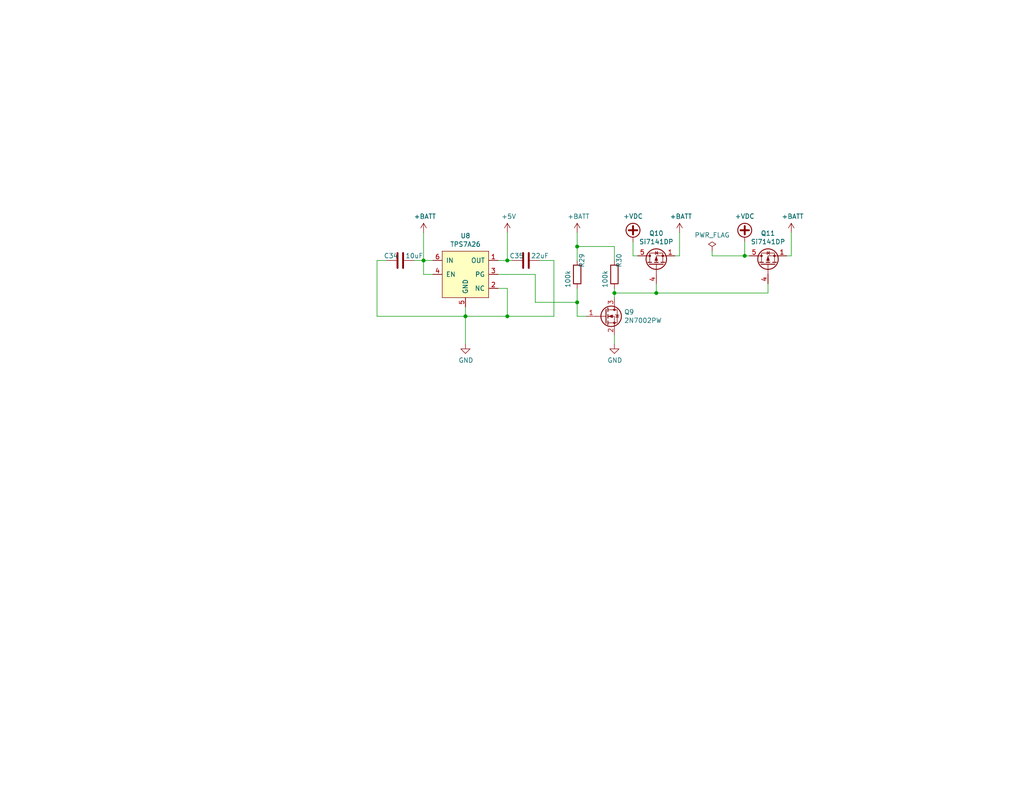
<source format=kicad_sch>
(kicad_sch (version 20211123) (generator eeschema)
  (paper "USLetter")
  (title_block (title "TEC Controller Power Supply") (date "2021-05-01"))
  (lib_symbols
    (symbol "Device:C" (pin_numbers hide) (pin_names (offset 0.254))
      (property "Reference" "C" (at 0.635 2.54 0))
      (property "Value" "C" (at 0.635 -2.54 0))
      (symbol "C_0_1"
        (polyline (pts (xy -2.032 -0.762) (xy 2.032 -0.762)) (stroke (width 0.508)))
        (polyline (pts (xy -2.032 0.762) (xy 2.032 0.762)) (stroke (width 0.508)))
      )
      (symbol "C_1_1"
        (pin passive line (at 0 3.81 270) (length 2.794) (name "~") (number "1"))
        (pin passive line (at 0 -3.81 90) (length 2.794) (name "~") (number "2"))
      )
    )
    (symbol "Device:R" (pin_numbers hide) (pin_names (offset 0))
      (property "Reference" "R" (at 2.032 0 90))
      (property "Value" "R" (at 0 0 90))
      (symbol "R_0_1"
        (rectangle (start -1.016 -2.54) (end 1.016 2.54) (stroke (width 0.254)))
      )
      (symbol "R_1_1"
        (pin passive line (at 0 3.81 270) (length 1.27) (name "~") (number "1"))
        (pin passive line (at 0 -3.81 90) (length 1.27) (name "~") (number "2"))
      )
    )
    (symbol "Symbols:TPS7A26" (pin_names (offset 1.016))
      (property "Reference" "U" (at -5.08 7.62 0))
      (property "Value" "TPS7A26" (at 5.08 -7.62 0))
      (symbol "TPS7A26_0_1"
        (rectangle (start -6.35 6.35) (end 6.35 -6.35) (fill (type background)))
      )
      (symbol "TPS7A26_1_1"
        (pin power_out line (at 8.89 3.81 180) (length 2.54) (name "OUT") (number "1"))
        (pin passive line (at 8.89 -3.81 180) (length 2.54) (name "NC") (number "2"))
        (pin open_collector line (at 8.89 0 180) (length 2.54) (name "PG") (number "3"))
        (pin input line (at -8.89 0 0) (length 2.54) (name "EN") (number "4"))
        (pin power_in line (at 0 -8.89 90) (length 2.54) (name "GND") (number "5"))
        (pin power_in line (at -8.89 3.81 0) (length 2.54) (name "IN") (number "6"))
        (pin passive line (at 0 -8.89 90) (length 2.54) hide (name "GND") (number "7"))
      )
    )
    (symbol "Transistor_FET:2N7002" (pin_names hide)
      (property "Reference" "Q" (at 5.08 1.905 0))
      (property "Value" "2N7002" (at 5.08 0 0))
      (symbol "2N7002_0_1"
        (polyline (pts (xy 0.254 0) (xy -2.54 0)))
        (polyline (pts (xy 0.254 1.905) (xy 0.254 -1.905)) (stroke (width 0.254)))
        (polyline (pts (xy 0.762 -1.27) (xy 0.762 -2.286)) (stroke (width 0.254)))
        (polyline (pts (xy 0.762 0.508) (xy 0.762 -0.508)) (stroke (width 0.254)))
        (polyline (pts (xy 0.762 2.286) (xy 0.762 1.27)) (stroke (width 0.254)))
        (polyline (pts (xy 2.54 2.54) (xy 2.54 1.778)))
        (polyline (pts (xy 2.54 -2.54) (xy 2.54 0) (xy 0.762 0)))
        (polyline (pts (xy 0.762 -1.778) (xy 3.302 -1.778) (xy 3.302 1.778) (xy 0.762 1.778)))
        (polyline (pts (xy 1.016 0) (xy 2.032 0.381) (xy 2.032 -0.381) (xy 1.016 0)) (fill (type outline)))
        (polyline (pts (xy 2.794 0.508) (xy 2.921 0.381) (xy 3.683 0.381) (xy 3.81 0.254)))
        (polyline (pts (xy 3.302 0.381) (xy 2.921 -0.254) (xy 3.683 -0.254) (xy 3.302 0.381)))
        (circle (center 1.651 0) (radius 2.794) (stroke (width 0.254)))
        (circle (center 2.54 -1.778) (radius 0.254) (fill (type outline)))
        (circle (center 2.54 1.778) (radius 0.254) (fill (type outline)))
      )
      (symbol "2N7002_1_1"
        (pin input line (at -5.08 0 0) (length 2.54) (name "G") (number "1"))
        (pin passive line (at 2.54 -5.08 90) (length 2.54) (name "S") (number "2"))
        (pin passive line (at 2.54 5.08 270) (length 2.54) (name "D") (number "3"))
      )
    )
    (symbol "Transistor_FET:Si7141DP" (pin_names hide)
      (property "Reference" "Q" (at 5.08 1.905 0))
      (property "Value" "Si7141DP" (at 5.08 0 0))
      (symbol "Si7141DP_0_1"
        (polyline (pts (xy 0.254 0) (xy -2.54 0)))
        (polyline (pts (xy 0.254 1.905) (xy 0.254 -1.905)) (stroke (width 0.254)))
        (polyline (pts (xy 0.762 -1.27) (xy 0.762 -2.286)) (stroke (width 0.254)))
        (polyline (pts (xy 0.762 0.508) (xy 0.762 -0.508)) (stroke (width 0.254)))
        (polyline (pts (xy 0.762 2.286) (xy 0.762 1.27)) (stroke (width 0.254)))
        (polyline (pts (xy 2.54 2.54) (xy 2.54 1.778)))
        (polyline (pts (xy 2.54 -2.54) (xy 2.54 0) (xy 0.762 0)))
        (polyline (pts (xy 0.762 1.778) (xy 3.302 1.778) (xy 3.302 -1.778) (xy 0.762 -1.778)))
        (polyline (pts (xy 2.286 0) (xy 1.27 0.381) (xy 1.27 -0.381) (xy 2.286 0)) (fill (type outline)))
        (polyline (pts (xy 2.794 -0.508) (xy 2.921 -0.381) (xy 3.683 -0.381) (xy 3.81 -0.254)))
        (polyline (pts (xy 3.302 -0.381) (xy 2.921 0.254) (xy 3.683 0.254) (xy 3.302 -0.381)))
        (circle (center 1.651 0) (radius 2.794) (stroke (width 0.254)))
        (circle (center 2.54 -1.778) (radius 0.254) (fill (type outline)))
        (circle (center 2.54 1.778) (radius 0.254) (fill (type outline)))
      )
      (symbol "Si7141DP_1_1"
        (pin passive line (at 2.54 -5.08 90) (length 2.54) (name "S") (number "1"))
        (pin passive line (at 2.54 -5.08 90) (length 2.54) hide (name "S") (number "2"))
        (pin passive line (at 2.54 -5.08 90) (length 2.54) hide (name "S") (number "3"))
        (pin input line (at -5.08 0 0) (length 2.54) (name "G") (number "4"))
        (pin passive line (at 2.54 5.08 270) (length 2.54) (name "D") (number "5"))
      )
    )
    (symbol "power:+5V" (power) (pin_names (offset 0))
      (property "Value" "+5V" (at 0 3.556 0))
      (symbol "+5V_0_1"
        (polyline (pts (xy -0.762 1.27) (xy 0 2.54)))
        (polyline (pts (xy 0 0) (xy 0 2.54)))
        (polyline (pts (xy 0 2.54) (xy 0.762 1.27)))
      )
      (symbol "+5V_1_1"
        (pin power_in line (at 0 0 90) (length 0) hide (name "+5V") (number "1"))
      )
    )
    (symbol "power:+BATT" (power) (pin_names (offset 0))
      (property "Value" "+BATT" (at 0 3.556 0))
      (symbol "+BATT_0_1"
        (polyline (pts (xy -0.762 1.27) (xy 0 2.54)))
        (polyline (pts (xy 0 0) (xy 0 2.54)))
        (polyline (pts (xy 0 2.54) (xy 0.762 1.27)))
      )
      (symbol "+BATT_1_1"
        (pin power_in line (at 0 0 90) (length 0) hide (name "+BATT") (number "1"))
      )
    )
    (symbol "power:+VDC" (power) (pin_names (offset 0))
      (property "Value" "+VDC" (at 0 6.35 0))
      (symbol "+VDC_0_1"
        (polyline (pts (xy -1.143 3.175) (xy 1.143 3.175)) (stroke (width 0.508)))
        (polyline (pts (xy 0 0) (xy 0 1.27)))
        (polyline (pts (xy 0 2.032) (xy 0 4.318)) (stroke (width 0.508)))
        (circle (center 0 3.175) (radius 1.905) (stroke (width 0.254)))
      )
      (symbol "+VDC_1_1"
        (pin power_in line (at 0 0 90) (length 0) hide (name "+VDC") (number "1"))
      )
    )
    (symbol "power:GND" (power) (pin_names (offset 0))
      (property "Value" "GND" (at 0 -3.81 0))
      (symbol "GND_0_1"
        (polyline (pts (xy 0 0) (xy 0 -1.27) (xy 1.27 -1.27) (xy 0 -2.54) (xy -1.27 -1.27) (xy 0 -1.27)))
      )
      (symbol "GND_1_1"
        (pin power_in line (at 0 0 270) (length 0) hide (name "GND") (number "1"))
      )
    )
    (symbol "power:PWR_FLAG" (power) (pin_numbers hide) (pin_names (offset 0) hide)
      (property "Value" "PWR_FLAG" (at 0 3.81 0))
      (symbol "PWR_FLAG_0_0"
        (pin power_out line (at 0 0 90) (length 0) (name "pwr") (number "1"))
      )
      (symbol "PWR_FLAG_0_1"
        (polyline (pts (xy 0 0) (xy 0 1.27) (xy -1.016 1.905) (xy 0 2.54) (xy 1.016 1.905) (xy 0 1.27)))
      )
    )
  )
  (junction (at 115.57 71.12))
  (junction (at 138.43 86.36))
  (junction (at 138.43 71.12))
  (junction (at 157.48 82.55))
  (junction (at 167.64 80.01))
  (junction (at 157.48 67.31))
  (junction (at 203.2 69.85))
  (junction (at 127 86.36))
  (junction (at 179.07 80.01))
  (wire (pts (xy 157.48 86.36) (xy 160.02 86.36)))
  (wire (pts (xy 138.43 86.36) (xy 138.43 78.74)))
  (wire (pts (xy 127 86.36) (xy 127 93.98)))
  (wire (pts (xy 147.32 71.12) (xy 151.13 71.12)))
  (wire (pts (xy 146.05 82.55) (xy 157.48 82.55)))
  (wire (pts (xy 138.43 63.5) (xy 138.43 71.12)))
  (wire (pts (xy 157.48 71.12) (xy 157.48 67.31)))
  (wire (pts (xy 127 86.36) (xy 138.43 86.36)))
  (wire (pts (xy 172.72 69.85) (xy 172.72 66.04)))
  (wire (pts (xy 214.63 69.85) (xy 215.9 69.85)))
  (wire (pts (xy 179.07 77.47) (xy 179.07 80.01)))
  (wire (pts (xy 157.48 78.74) (xy 157.48 82.55)))
  (wire (pts (xy 138.43 78.74) (xy 135.89 78.74)))
  (wire (pts (xy 209.55 80.01) (xy 209.55 77.47)))
  (wire (pts (xy 157.48 67.31) (xy 157.48 63.5)))
  (wire (pts (xy 135.89 71.12) (xy 138.43 71.12)))
  (wire (pts (xy 113.03 71.12) (xy 115.57 71.12)))
  (wire (pts (xy 194.31 69.85) (xy 203.2 69.85)))
  (wire (pts (xy 138.43 71.12) (xy 139.7 71.12)))
  (wire (pts (xy 102.87 86.36) (xy 127 86.36)))
  (wire (pts (xy 127 86.36) (xy 127 83.82)))
  (wire (pts (xy 135.89 74.93) (xy 146.05 74.93)))
  (wire (pts (xy 157.48 82.55) (xy 157.48 86.36)))
  (wire (pts (xy 167.64 67.31) (xy 157.48 67.31)))
  (wire (pts (xy 118.11 74.93) (xy 115.57 74.93)))
  (wire (pts (xy 185.42 69.85) (xy 185.42 63.5)))
  (wire (pts (xy 115.57 71.12) (xy 115.57 63.5)))
  (wire (pts (xy 167.64 80.01) (xy 179.07 80.01)))
  (wire (pts (xy 146.05 74.93) (xy 146.05 82.55)))
  (wire (pts (xy 115.57 71.12) (xy 118.11 71.12)))
  (wire (pts (xy 184.15 69.85) (xy 185.42 69.85)))
  (wire (pts (xy 194.31 68.58) (xy 194.31 69.85)))
  (wire (pts (xy 167.64 71.12) (xy 167.64 67.31)))
  (wire (pts (xy 138.43 86.36) (xy 151.13 86.36)))
  (wire (pts (xy 173.99 69.85) (xy 172.72 69.85)))
  (wire (pts (xy 105.41 71.12) (xy 102.87 71.12)))
  (wire (pts (xy 167.64 80.01) (xy 167.64 78.74)))
  (wire (pts (xy 115.57 74.93) (xy 115.57 71.12)))
  (wire (pts (xy 215.9 69.85) (xy 215.9 63.5)))
  (wire (pts (xy 204.47 69.85) (xy 203.2 69.85)))
  (wire (pts (xy 151.13 86.36) (xy 151.13 71.12)))
  (wire (pts (xy 102.87 71.12) (xy 102.87 86.36)))
  (wire (pts (xy 167.64 81.28) (xy 167.64 80.01)))
  (wire (pts (xy 167.64 91.44) (xy 167.64 93.98)))
  (wire (pts (xy 179.07 80.01) (xy 209.55 80.01)))
  (wire (pts (xy 203.2 69.85) (xy 203.2 66.04)))
  (symbol (lib_id "Transistor_FET:2N7002") (at 165.1 86.36 0) (unit 1)
    (property "Reference" "Q9" (at 170.2816 85.1916 0) (effects (justify left)))
    (property "Value" "2N7002PW" (at 170.2816 87.503 0) (effects (justify left)))
    (property "Footprint" "Package_TO_SOT_SMD:SOT-323_SC-70" (effects hide))
    (property "Datasheet" "https://www.onsemi.com/pub/Collateral/NDS7002A-D.PDF" (effects hide))
    (property "PartNo" "2N7002PW,115" (effects hide))
  )
  (symbol (lib_id "Device:R") (at 157.48 74.93 180) (unit 1)
    (property "Reference" "R29" (at 158.75 71.12 90))
    (property "Value" "100k" (at 154.94 76.2 90))
    (property "Footprint" "Resistor_SMD:R_0805_2012Metric" (effects hide))
    (property "PartNo" "RC0805FR-07100KL" (effects hide))
  )
  (symbol (lib_id "power:GND") (at 167.64 93.98 0) (unit 1)
    (property "Reference" "#PWR059" (effects hide))
    (property "Value" "GND" (at 167.767 98.3742 0))
  )
  (symbol (lib_id "power:+BATT") (at 157.48 63.5 0) (unit 1)
    (property "Reference" "#PWR058" (effects hide))
    (property "Value" "+BATT" (at 157.861 59.1058 0))
  )
  (symbol (lib_id "Device:R") (at 167.64 74.93 180) (unit 1)
    (property "Reference" "R30" (at 168.91 71.12 90))
    (property "Value" "100k" (at 165.1 76.2 90))
    (property "Footprint" "Resistor_SMD:R_0805_2012Metric" (effects hide))
    (property "PartNo" "RC0805FR-07100KL" (effects hide))
  )
  (symbol (lib_id "Transistor_FET:Si7141DP") (at 179.07 72.39 90) (unit 1)
    (property "Reference" "Q10" (at 179.07 63.7032 90))
    (property "Value" "Si7141DP" (at 179.07 66.0146 90))
    (property "Footprint" "Package_SO:PowerPAK_SO-8_Single" (effects hide))
    (property "Datasheet" "https://www.vishay.com/docs/65596/si7141dp.pdf" (effects hide))
    (property "PartNo" "SI7141DP-T1-GE3" (effects hide))
  )
  (symbol (lib_id "Transistor_FET:Si7141DP") (at 209.55 72.39 90) (unit 1)
    (property "Reference" "Q11" (at 209.55 63.7032 90))
    (property "Value" "Si7141DP" (at 209.55 66.0146 90))
    (property "Footprint" "Package_SO:PowerPAK_SO-8_Single" (effects hide))
    (property "Datasheet" "https://www.vishay.com/docs/65596/si7141dp.pdf" (effects hide))
    (property "PartNo" "SI7141DP-T1-GE3" (effects hide))
  )
  (symbol (lib_id "power:+BATT") (at 185.42 63.5 0) (unit 1)
    (property "Reference" "#PWR061" (effects hide))
    (property "Value" "+BATT" (at 185.801 59.1058 0))
  )
  (symbol (lib_id "power:+BATT") (at 215.9 63.5 0) (unit 1)
    (property "Reference" "#PWR063" (effects hide))
    (property "Value" "+BATT" (at 216.281 59.1058 0))
  )
  (symbol (lib_id "power:+VDC") (at 203.2 66.04 0) (unit 1)
    (property "Reference" "#PWR062" (effects hide))
    (property "Value" "+VDC" (at 203.2 59.055 0))
  )
  (symbol (lib_id "power:+VDC") (at 172.72 66.04 0) (unit 1)
    (property "Reference" "#PWR060" (effects hide))
    (property "Value" "+VDC" (at 172.72 59.055 0))
  )
  (symbol (lib_id "power:PWR_FLAG") (at 194.31 68.58 0) (unit 1)
    (property "Reference" "#FLG05" (effects hide))
    (property "Value" "PWR_FLAG" (at 194.31 64.1858 0))
  )
  (symbol (lib_id "Symbols:TPS7A26") (at 127 74.93 0) (unit 1)
    (property "Reference" "U8" (at 127 64.389 0))
    (property "Value" "TPS7A26" (at 127 66.7004 0))
    (property "Footprint" "Package_SON:WSON-6-1EP_2x2mm_P0.65mm_EP1x1.6mm_ThermalVias" (effects hide))
    (property "PartNo" "TPS7A2650DRVR" (effects hide))
  )
  (symbol (lib_id "Device:C") (at 109.22 71.12 270) (unit 1)
    (property "Reference" "C34" (at 106.68 69.85 90))
    (property "Value" "10uF" (at 113.03 69.85 90))
    (property "Footprint" "Capacitor_SMD:C_0805_2012Metric" (effects hide))
    (property "PartNo" "C2012X7S1E106K125AE" (effects hide))
  )
  (symbol (lib_id "Device:C") (at 143.51 71.12 270) (unit 1)
    (property "Reference" "C35" (at 140.97 69.85 90))
    (property "Value" "22uF" (at 147.32 69.85 90))
    (property "Footprint" "Capacitor_SMD:C_1206_3216Metric" (effects hide))
    (property "PartNo" "12063D226MAT2A" (effects hide))
  )
  (symbol (lib_id "power:GND") (at 127 93.98 0) (unit 1)
    (property "Reference" "#PWR056" (effects hide))
    (property "Value" "GND" (at 127.127 98.3742 0))
  )
  (symbol (lib_id "power:+5V") (at 138.43 63.5 0) (unit 1)
    (property "Reference" "#PWR057" (effects hide))
    (property "Value" "+5V" (at 138.811 59.1058 0))
  )
  (symbol (lib_id "power:+BATT") (at 115.57 63.5 0) (unit 1)
    (property "Reference" "#PWR0154" (effects hide))
    (property "Value" "+BATT" (at 115.951 59.1058 0))
  )
)
</source>
